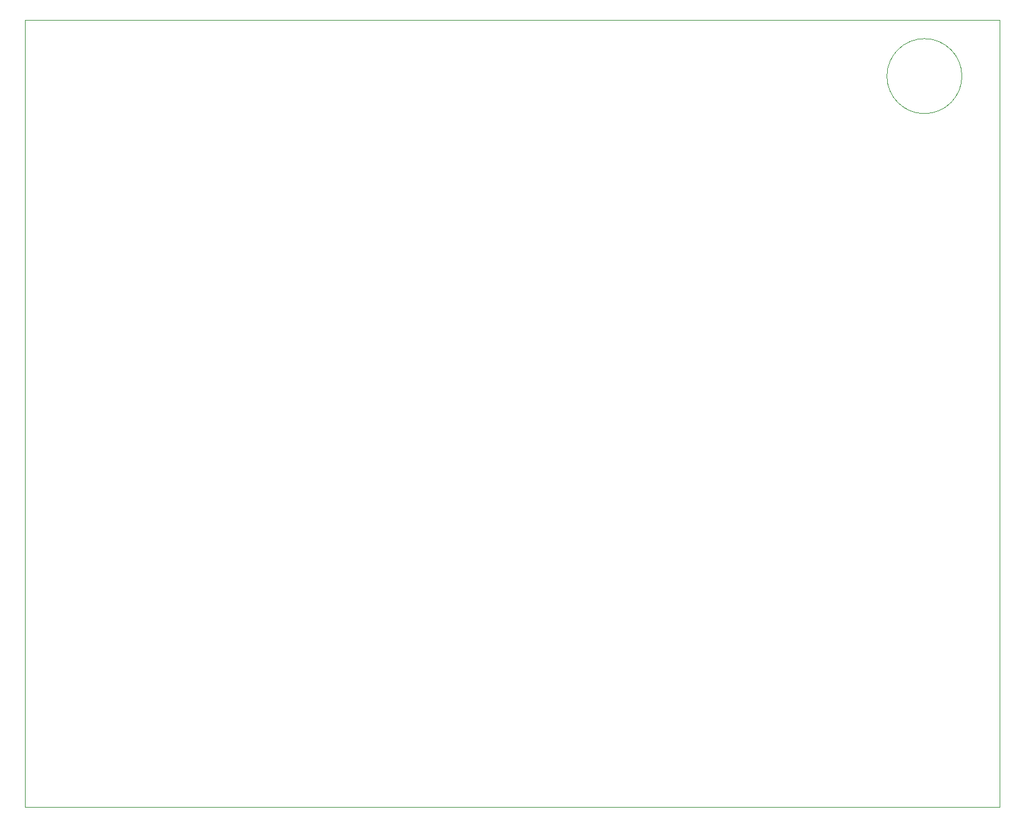
<source format=gbr>
%TF.GenerationSoftware,KiCad,Pcbnew,(6.0.10)*%
%TF.CreationDate,2023-02-17T09:18:58-08:00*%
%TF.ProjectId,PCB layout 2,50434220-6c61-4796-9f75-7420322e6b69,rev?*%
%TF.SameCoordinates,Original*%
%TF.FileFunction,Profile,NP*%
%FSLAX46Y46*%
G04 Gerber Fmt 4.6, Leading zero omitted, Abs format (unit mm)*
G04 Created by KiCad (PCBNEW (6.0.10)) date 2023-02-17 09:18:58*
%MOMM*%
%LPD*%
G01*
G04 APERTURE LIST*
%TA.AperFunction,Profile*%
%ADD10C,0.100000*%
%TD*%
G04 APERTURE END LIST*
D10*
X203200000Y-30480000D02*
G75*
G03*
X203200000Y-30480000I-5080000J0D01*
G01*
X76200000Y-22860000D02*
X208280000Y-22860000D01*
X208280000Y-22860000D02*
X208280000Y-129540000D01*
X208280000Y-129540000D02*
X76200000Y-129540000D01*
X76200000Y-129540000D02*
X76200000Y-22860000D01*
M02*

</source>
